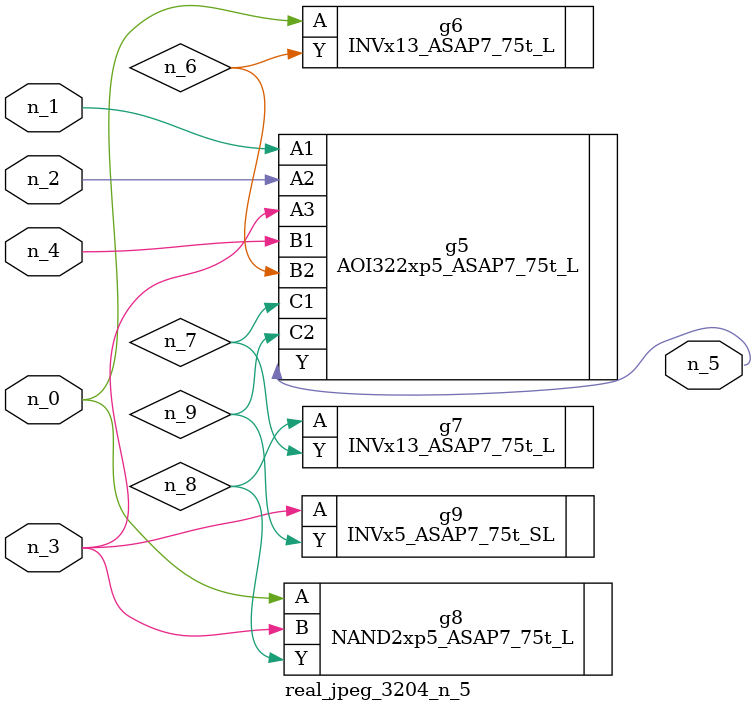
<source format=v>
module real_jpeg_3204_n_5 (n_4, n_0, n_1, n_2, n_3, n_5);

input n_4;
input n_0;
input n_1;
input n_2;
input n_3;

output n_5;

wire n_8;
wire n_6;
wire n_7;
wire n_9;

INVx13_ASAP7_75t_L g6 ( 
.A(n_0),
.Y(n_6)
);

NAND2xp5_ASAP7_75t_L g8 ( 
.A(n_0),
.B(n_3),
.Y(n_8)
);

AOI322xp5_ASAP7_75t_L g5 ( 
.A1(n_1),
.A2(n_2),
.A3(n_3),
.B1(n_4),
.B2(n_6),
.C1(n_7),
.C2(n_9),
.Y(n_5)
);

INVx5_ASAP7_75t_SL g9 ( 
.A(n_3),
.Y(n_9)
);

INVx13_ASAP7_75t_L g7 ( 
.A(n_8),
.Y(n_7)
);


endmodule
</source>
